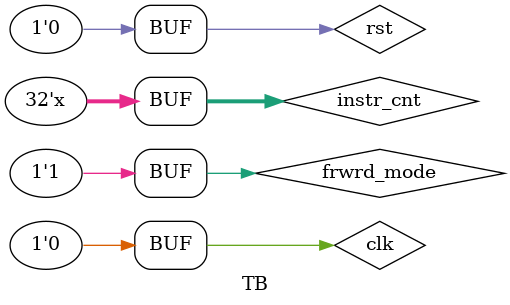
<source format=v>
`timescale 1ns/1ns
module TB();

	reg clk = 1'b0, rst = 1'b0, frwrd_mode = 1'b1;

	ARM ARM(.clk(clk), .rst(rst), .frwrd_mode(frwrd_mode));

	initial begin
	  	#200
		clk = 1'b0;
		repeat(5000) begin
		  	clk = ~clk;
			#10;
		end
	end

	reg [31:0] instr_cnt;
	initial instr_cnt = 0;
	always @(ARM.IF_Stage.pc_reg_out)
		instr_cnt = instr_cnt + 1;
	
	initial begin
		#10
		rst = 1'b1;
		#140
		rst = 1'b0;
	end

endmodule
</source>
